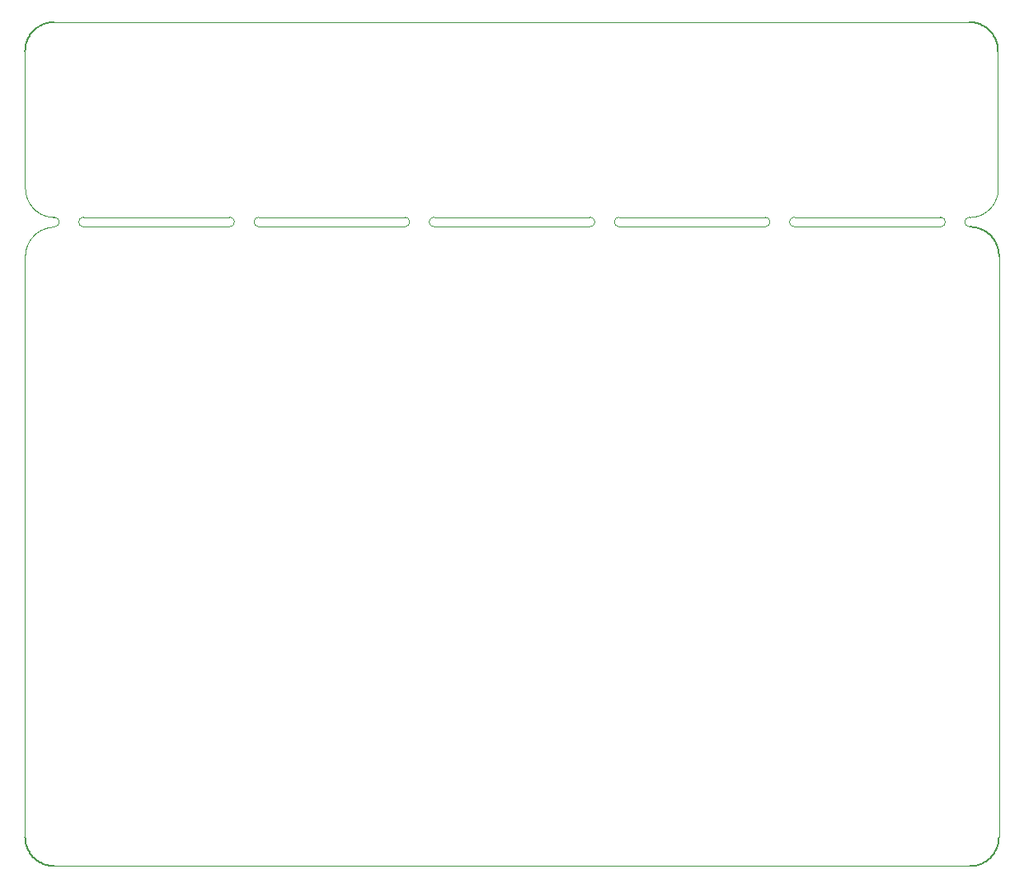
<source format=gm1>
G04 #@! TF.GenerationSoftware,KiCad,Pcbnew,(5.1.4-0-10_14)*
G04 #@! TF.CreationDate,2019-10-30T04:12:27+09:00*
G04 #@! TF.ProjectId,nilgiri_back,6e696c67-6972-4695-9f62-61636b2e6b69,rev?*
G04 #@! TF.SameCoordinates,Original*
G04 #@! TF.FileFunction,Profile,NP*
%FSLAX46Y46*%
G04 Gerber Fmt 4.6, Leading zero omitted, Abs format (unit mm)*
G04 Created by KiCad (PCBNEW (5.1.4-0-10_14)) date 2019-10-30 04:12:27*
%MOMM*%
%LPD*%
G04 APERTURE LIST*
%ADD10C,0.050000*%
%ADD11C,0.150000*%
G04 APERTURE END LIST*
D10*
X147145183Y-57500000D02*
X162145183Y-57500000D01*
X165145183Y-57500000D02*
X180145183Y-57500000D01*
X183146358Y-57500000D02*
X183197897Y-57499510D01*
X183197897Y-57499510D02*
X183250407Y-57498018D01*
X183250407Y-57498018D02*
X183298187Y-57495781D01*
X183298187Y-57495781D02*
X183345801Y-57492717D01*
X183345801Y-57492717D02*
X183393242Y-57488832D01*
X183393242Y-57488832D02*
X183442750Y-57483892D01*
X183442750Y-57483892D02*
X183488136Y-57478560D01*
X183488136Y-57478560D02*
X183532230Y-57472644D01*
X183532230Y-57472644D02*
X183576147Y-57466027D01*
X183576147Y-57466027D02*
X183620982Y-57458520D01*
X183620982Y-57458520D02*
X183665068Y-57450393D01*
X183665068Y-57450393D02*
X183706766Y-57442021D01*
X183706766Y-57442021D02*
X183748275Y-57433019D01*
X183748275Y-57433019D02*
X183793931Y-57422343D01*
X183793931Y-57422343D02*
X183835030Y-57412033D01*
X183835030Y-57412033D02*
X183875926Y-57401110D01*
X183875926Y-57401110D02*
X183916613Y-57389578D01*
X183916613Y-57389578D02*
X183957086Y-57377441D01*
X183957086Y-57377441D02*
X183995228Y-57365394D01*
X183995228Y-57365394D02*
X184035268Y-57352094D01*
X184035268Y-57352094D02*
X184072990Y-57338953D01*
X184072990Y-57338953D02*
X184110501Y-57325287D01*
X184110501Y-57325287D02*
X184149862Y-57310299D01*
X184149862Y-57310299D02*
X184191031Y-57293900D01*
X184191031Y-57293900D02*
X184227845Y-57278601D01*
X184227845Y-57278601D02*
X184263922Y-57263017D01*
X184263922Y-57263017D02*
X184298763Y-57247404D01*
X184298763Y-57247404D02*
X184336887Y-57229676D01*
X184336887Y-57229676D02*
X184370769Y-57213348D01*
X184370769Y-57213348D02*
X184404923Y-57196334D01*
X184404923Y-57196334D02*
X184439825Y-57178358D01*
X184439825Y-57178358D02*
X184472532Y-57160966D01*
X184472532Y-57160966D02*
X184505497Y-57142891D01*
X184505497Y-57142891D02*
X184538705Y-57124118D01*
X184538705Y-57124118D02*
X184578799Y-57100680D01*
X184578799Y-57100680D02*
X184610980Y-57081243D01*
X184610980Y-57081243D02*
X184646655Y-57059032D01*
X184646655Y-57059032D02*
X184678306Y-57038726D01*
X184678306Y-57038726D02*
X184709241Y-57018324D01*
X184709241Y-57018324D02*
X184740836Y-56996909D01*
X184740836Y-56996909D02*
X184771705Y-56975402D01*
X184771705Y-56975402D02*
X184802305Y-56953502D01*
X184802305Y-56953502D02*
X184832190Y-56931542D01*
X184832190Y-56931542D02*
X184861368Y-56909544D01*
X184861368Y-56909544D02*
X184892025Y-56885818D01*
X184892025Y-56885818D02*
X184920223Y-56863428D01*
X184920223Y-56863428D02*
X184949442Y-56839636D01*
X184949442Y-56839636D02*
X184985136Y-56809732D01*
X184985136Y-56809732D02*
X185012026Y-56786571D01*
X185012026Y-56786571D02*
X185039068Y-56762717D01*
X185039068Y-56762717D02*
X185066649Y-56737784D01*
X185066649Y-56737784D02*
X185092719Y-56713643D01*
X185092719Y-56713643D02*
X185120116Y-56687649D01*
X185120116Y-56687649D02*
X185150365Y-56658183D01*
X185150365Y-56658183D02*
X185175530Y-56633034D01*
X185175530Y-56633034D02*
X185201952Y-56605978D01*
X185201952Y-56605978D02*
X185228050Y-56578581D01*
X185228050Y-56578581D02*
X185253440Y-56551259D01*
X185253440Y-56551259D02*
X185280367Y-56521537D01*
X185280367Y-56521537D02*
X185304350Y-56494388D01*
X185304350Y-56494388D02*
X185327659Y-56467367D01*
X185327659Y-56467367D02*
X185353518Y-56436626D01*
X185353518Y-56436626D02*
X185376175Y-56409002D01*
X185376175Y-56409002D02*
X185399904Y-56379342D01*
X185399904Y-56379342D02*
X185421913Y-56351143D01*
X185421913Y-56351143D02*
X185443603Y-56322671D01*
X185443603Y-56322671D02*
X185464972Y-56293930D01*
X185464972Y-56293930D02*
X185492522Y-56255799D01*
X185492522Y-56255799D02*
X185514411Y-56224599D01*
X185514411Y-56224599D02*
X185535924Y-56193108D01*
X185535924Y-56193108D02*
X185557058Y-56161324D01*
X185557058Y-56161324D02*
X185577504Y-56129725D01*
X185577504Y-56129725D02*
X185596983Y-56098810D01*
X185596983Y-56098810D02*
X185616979Y-56066193D01*
X185616979Y-56066193D02*
X185639997Y-56027466D01*
X185639997Y-56027466D02*
X185658293Y-55995723D01*
X185658293Y-55995723D02*
X185676768Y-55962747D01*
X185676768Y-55962747D02*
X185695114Y-55929015D01*
X185695114Y-55929015D02*
X185714090Y-55893012D01*
X185714090Y-55893012D02*
X185731589Y-55858744D01*
X185731589Y-55858744D02*
X185748668Y-55824222D01*
X185748668Y-55824222D02*
X185765323Y-55789449D01*
X185765323Y-55789449D02*
X185783436Y-55750294D01*
X185783436Y-55750294D02*
X185799185Y-55715001D01*
X185799185Y-55715001D02*
X185814502Y-55679469D01*
X185814502Y-55679469D02*
X185829598Y-55643172D01*
X185829598Y-55643172D02*
X185844028Y-55607167D01*
X185844028Y-55607167D02*
X185858620Y-55569329D01*
X185858620Y-55569329D02*
X185872918Y-55530709D01*
X185872918Y-55530709D02*
X185886515Y-55492379D01*
X185886515Y-55492379D02*
X185899980Y-55452723D01*
X185899980Y-55452723D02*
X185912737Y-55413367D01*
X185912737Y-55413367D02*
X185924976Y-55373777D01*
X185924976Y-55373777D02*
X185937161Y-55332288D01*
X185937161Y-55332288D02*
X185948316Y-55292229D01*
X185948316Y-55292229D02*
X185959083Y-55251387D01*
X185959083Y-55251387D02*
X185969154Y-55210882D01*
X185969154Y-55210882D02*
X185978809Y-55169597D01*
X185978809Y-55169597D02*
X185988141Y-55126954D01*
X185988141Y-55126954D02*
X185996984Y-55083514D01*
X185996984Y-55083514D02*
X186005098Y-55040427D01*
X186005098Y-55040427D02*
X186013080Y-54994231D01*
X186013080Y-54994231D02*
X186020446Y-54947215D01*
X186020446Y-54947215D02*
X186026697Y-54902885D01*
X186026697Y-54902885D02*
X186032580Y-54856002D01*
X186032580Y-54856002D02*
X186037745Y-54808901D01*
X186037745Y-54808901D02*
X186042180Y-54761582D01*
X186042180Y-54761582D02*
X186045882Y-54714054D01*
X186045882Y-54714054D02*
X186048844Y-54666323D01*
X186048844Y-54666323D02*
X186051061Y-54618396D01*
X186051061Y-54618396D02*
X186052630Y-54565455D01*
X186052630Y-54565455D02*
X186053273Y-54514710D01*
X186053273Y-54514710D02*
X186053305Y-54501389D01*
X128145183Y-57500000D02*
X144145183Y-57500000D01*
X110145183Y-57500000D02*
X125145183Y-57500000D01*
X92145183Y-57500000D02*
X107145183Y-57500000D01*
X186053305Y-54501389D02*
X186053305Y-40444240D01*
X162145183Y-57500000D02*
G75*
G02X162145183Y-58500000I0J-500000D01*
G01*
X165145183Y-58500000D02*
G75*
G02X165145183Y-57500000I0J500000D01*
G01*
X180145183Y-57500000D02*
G75*
G02X180145183Y-58500000I0J-500000D01*
G01*
X183146358Y-58500000D02*
G75*
G02X183146358Y-57500000I0J500000D01*
G01*
X165145183Y-58500000D02*
X180145183Y-58500000D01*
X147145183Y-58500000D02*
G75*
G02X147145183Y-57500000I0J500000D01*
G01*
X128145183Y-58500000D02*
X144145183Y-58500000D01*
X128145183Y-58500000D02*
G75*
G02X128145183Y-57500000I0J500000D01*
G01*
X144145183Y-57500000D02*
G75*
G02X144145183Y-58500000I0J-500000D01*
G01*
X147145183Y-58500000D02*
X162145183Y-58500000D01*
X110145183Y-58500000D02*
X125145183Y-58500000D01*
X110145183Y-58500000D02*
G75*
G02X110145183Y-57500000I0J500000D01*
G01*
X125145183Y-57500000D02*
G75*
G02X125145183Y-58500000I0J-500000D01*
G01*
X92145183Y-58500000D02*
X107145183Y-58500000D01*
X107145183Y-57500000D02*
G75*
G02X107145183Y-58500000I0J-500000D01*
G01*
X92145183Y-58500000D02*
G75*
G02X92145183Y-57500000I0J500000D01*
G01*
X89145183Y-57500000D02*
G75*
G02X89145183Y-58500000I0J-500000D01*
G01*
D11*
X186144947Y-61498611D02*
X186141101Y-61345326D01*
X186141101Y-61345326D02*
X186130741Y-61204706D01*
X186130741Y-61204706D02*
X186113997Y-61065973D01*
X186113997Y-61065973D02*
X186092334Y-60936172D01*
X186092334Y-60936172D02*
X186065179Y-60808328D01*
X186065179Y-60808328D02*
X186033910Y-60687020D01*
X186033910Y-60687020D02*
X185997767Y-60567762D01*
X185997767Y-60567762D02*
X185958660Y-60455497D01*
X185958660Y-60455497D02*
X185914842Y-60344264D01*
X185914842Y-60344264D02*
X185868205Y-60238353D01*
X185868205Y-60238353D02*
X185818172Y-60135648D01*
X185818172Y-60135648D02*
X185763556Y-60033700D01*
X185763556Y-60033700D02*
X185707536Y-59938015D01*
X185707536Y-59938015D02*
X185646874Y-59842750D01*
X185646874Y-59842750D02*
X185584086Y-59751802D01*
X185584086Y-59751802D02*
X185519456Y-59665108D01*
X185519456Y-59665108D02*
X185452178Y-59581298D01*
X185452178Y-59581298D02*
X185381250Y-59499155D01*
X185381250Y-59499155D02*
X185307830Y-59420052D01*
X185307830Y-59420052D02*
X185230024Y-59342076D01*
X185230024Y-59342076D02*
X185152340Y-59269616D01*
X185152340Y-59269616D02*
X185071697Y-59199556D01*
X185071697Y-59199556D02*
X184983688Y-59128558D01*
X184983688Y-59128558D02*
X184897111Y-59063817D01*
X184897111Y-59063817D02*
X184806292Y-59000913D01*
X184806292Y-59000913D02*
X184713088Y-58941309D01*
X184713088Y-58941309D02*
X184617585Y-58885090D01*
X184617585Y-58885090D02*
X184519366Y-58832082D01*
X184519366Y-58832082D02*
X184417968Y-58782181D01*
X184417968Y-58782181D02*
X184312367Y-58735144D01*
X184312367Y-58735144D02*
X184199308Y-58690084D01*
X184199308Y-58690084D02*
X184086784Y-58650436D01*
X184086784Y-58650436D02*
X183970041Y-58614553D01*
X183970041Y-58614553D02*
X183846821Y-58582263D01*
X183846821Y-58582263D02*
X183721603Y-58555127D01*
X183721603Y-58555127D02*
X183592184Y-58532921D01*
X183592184Y-58532921D02*
X183453870Y-58515578D01*
X183453870Y-58515578D02*
X183309498Y-58504360D01*
X183309498Y-58504360D02*
X183159679Y-58500027D01*
X183159679Y-58500027D02*
X183146358Y-58500000D01*
X186053305Y-40444240D02*
X186049459Y-40290955D01*
X186049459Y-40290955D02*
X186039099Y-40150335D01*
X186039099Y-40150335D02*
X186022355Y-40011602D01*
X186022355Y-40011602D02*
X186000692Y-39881801D01*
X186000692Y-39881801D02*
X185973537Y-39753957D01*
X185973537Y-39753957D02*
X185942268Y-39632649D01*
X185942268Y-39632649D02*
X185906125Y-39513391D01*
X185906125Y-39513391D02*
X185867018Y-39401126D01*
X185867018Y-39401126D02*
X185823200Y-39289893D01*
X185823200Y-39289893D02*
X185776563Y-39183982D01*
X185776563Y-39183982D02*
X185726530Y-39081277D01*
X185726530Y-39081277D02*
X185671914Y-38979329D01*
X185671914Y-38979329D02*
X185615894Y-38883644D01*
X185615894Y-38883644D02*
X185555232Y-38788379D01*
X185555232Y-38788379D02*
X185492444Y-38697431D01*
X185492444Y-38697431D02*
X185427814Y-38610737D01*
X185427814Y-38610737D02*
X185360536Y-38526927D01*
X185360536Y-38526927D02*
X185289608Y-38444784D01*
X185289608Y-38444784D02*
X185216188Y-38365681D01*
X185216188Y-38365681D02*
X185138382Y-38287705D01*
X185138382Y-38287705D02*
X185060698Y-38215245D01*
X185060698Y-38215245D02*
X184980055Y-38145185D01*
X184980055Y-38145185D02*
X184892046Y-38074187D01*
X184892046Y-38074187D02*
X184805469Y-38009446D01*
X184805469Y-38009446D02*
X184714650Y-37946542D01*
X184714650Y-37946542D02*
X184621446Y-37886938D01*
X184621446Y-37886938D02*
X184525943Y-37830719D01*
X184525943Y-37830719D02*
X184427724Y-37777711D01*
X184427724Y-37777711D02*
X184326326Y-37727810D01*
X184326326Y-37727810D02*
X184220725Y-37680773D01*
X184220725Y-37680773D02*
X184107666Y-37635713D01*
X184107666Y-37635713D02*
X183995142Y-37596065D01*
X183995142Y-37596065D02*
X183878399Y-37560182D01*
X183878399Y-37560182D02*
X183755179Y-37527892D01*
X183755179Y-37527892D02*
X183629961Y-37500756D01*
X183629961Y-37500756D02*
X183500542Y-37478550D01*
X183500542Y-37478550D02*
X183362228Y-37461207D01*
X183362228Y-37461207D02*
X183217856Y-37449989D01*
X183217856Y-37449989D02*
X183068037Y-37445656D01*
X183068037Y-37445656D02*
X183054716Y-37445629D01*
D10*
X86146572Y-54501389D02*
X86146973Y-54551080D01*
X86146973Y-54551080D02*
X86148216Y-54601780D01*
X86148216Y-54601780D02*
X86150415Y-54654669D01*
X86150415Y-54654669D02*
X86153201Y-54702536D01*
X86153201Y-54702536D02*
X86156734Y-54750200D01*
X86156734Y-54750200D02*
X86161179Y-54799429D01*
X86161179Y-54799429D02*
X86166212Y-54846656D01*
X86166212Y-54846656D02*
X86171741Y-54891901D01*
X86171741Y-54891901D02*
X86178197Y-54938687D01*
X86178197Y-54938687D02*
X86184990Y-54982915D01*
X86184990Y-54982915D02*
X86192836Y-55029238D01*
X86192836Y-55029238D02*
X86201387Y-55075316D01*
X86201387Y-55075316D02*
X86209799Y-55117142D01*
X86209799Y-55117142D02*
X86219044Y-55159893D01*
X86219044Y-55159893D02*
X86228891Y-55202412D01*
X86228891Y-55202412D02*
X86238912Y-55243013D01*
X86238912Y-55243013D02*
X86249481Y-55283391D01*
X86249481Y-55283391D02*
X86260753Y-55324101D01*
X86260753Y-55324101D02*
X86272414Y-55364023D01*
X86272414Y-55364023D02*
X86285306Y-55405910D01*
X86285306Y-55405910D02*
X86297884Y-55444803D01*
X86297884Y-55444803D02*
X86310602Y-55482376D01*
X86310602Y-55482376D02*
X86325164Y-55523499D01*
X86325164Y-55523499D02*
X86338684Y-55560057D01*
X86338684Y-55560057D02*
X86352664Y-55596389D01*
X86352664Y-55596389D02*
X86367964Y-55634609D01*
X86367964Y-55634609D02*
X86382880Y-55670465D01*
X86382880Y-55670465D02*
X86398241Y-55706081D01*
X86398241Y-55706081D02*
X86414995Y-55743532D01*
X86414995Y-55743532D02*
X86431270Y-55778651D01*
X86431270Y-55778651D02*
X86447985Y-55813521D01*
X86447985Y-55813521D02*
X86465132Y-55848140D01*
X86465132Y-55848140D02*
X86482712Y-55882504D01*
X86482712Y-55882504D02*
X86500719Y-55916612D01*
X86500719Y-55916612D02*
X86519148Y-55950455D01*
X86519148Y-55950455D02*
X86539121Y-55986000D01*
X86539121Y-55986000D02*
X86563013Y-56027090D01*
X86563013Y-56027090D02*
X86582813Y-56060047D01*
X86582813Y-56060047D02*
X86602121Y-56091290D01*
X86602121Y-56091290D02*
X86622106Y-56122753D01*
X86622106Y-56122753D02*
X86642158Y-56153477D01*
X86642158Y-56153477D02*
X86663526Y-56185341D01*
X86663526Y-56185341D02*
X86683996Y-56215061D01*
X86683996Y-56215061D02*
X86705796Y-56245898D01*
X86705796Y-56245898D02*
X86727307Y-56275538D01*
X86727307Y-56275538D02*
X86748830Y-56304454D01*
X86748830Y-56304454D02*
X86771033Y-56333545D01*
X86771033Y-56333545D02*
X86794283Y-56363239D01*
X86794283Y-56363239D02*
X86816832Y-56391321D01*
X86816832Y-56391321D02*
X86839708Y-56419124D01*
X86839708Y-56419124D02*
X86862909Y-56446647D01*
X86862909Y-56446647D02*
X86886803Y-56474308D01*
X86886803Y-56474308D02*
X86910279Y-56500836D01*
X86910279Y-56500836D02*
X86939006Y-56532464D01*
X86939006Y-56532464D02*
X86963538Y-56558777D01*
X86963538Y-56558777D02*
X86989944Y-56586410D01*
X86989944Y-56586410D02*
X87014718Y-56611710D01*
X87014718Y-56611710D02*
X87043793Y-56640658D01*
X87043793Y-56640658D02*
X87072445Y-56668431D01*
X87072445Y-56668431D02*
X87103524Y-56697741D01*
X87103524Y-56697741D02*
X87130433Y-56722458D01*
X87130433Y-56722458D02*
X87158902Y-56747965D01*
X87158902Y-56747965D02*
X87185997Y-56771647D01*
X87185997Y-56771647D02*
X87214665Y-56796093D01*
X87214665Y-56796093D02*
X87247995Y-56823749D01*
X87247995Y-56823749D02*
X87277763Y-56847777D01*
X87277763Y-56847777D02*
X87307843Y-56871432D01*
X87307843Y-56871432D02*
X87336433Y-56893349D01*
X87336433Y-56893349D02*
X87368465Y-56917270D01*
X87368465Y-56917270D02*
X87398078Y-56938804D01*
X87398078Y-56938804D02*
X87427499Y-56959658D01*
X87427499Y-56959658D02*
X87459044Y-56981439D01*
X87459044Y-56981439D02*
X87489467Y-57001887D01*
X87489467Y-57001887D02*
X87522525Y-57023503D01*
X87522525Y-57023503D02*
X87553488Y-57043195D01*
X87553488Y-57043195D02*
X87585671Y-57063105D01*
X87585671Y-57063105D02*
X87617151Y-57082040D01*
X87617151Y-57082040D02*
X87649859Y-57101167D01*
X87649859Y-57101167D02*
X87685795Y-57121547D01*
X87685795Y-57121547D02*
X87719543Y-57140098D01*
X87719543Y-57140098D02*
X87753550Y-57158225D01*
X87753550Y-57158225D02*
X87787818Y-57175925D01*
X87787818Y-57175925D02*
X87824379Y-57194199D01*
X87824379Y-57194199D02*
X87858653Y-57210769D01*
X87858653Y-57210769D02*
X87896270Y-57228342D01*
X87896270Y-57228342D02*
X87931041Y-57244021D01*
X87931041Y-57244021D02*
X87967096Y-57259720D01*
X87967096Y-57259720D02*
X88002865Y-57274739D01*
X88002865Y-57274739D02*
X88040991Y-57290152D01*
X88040991Y-57290152D02*
X88083654Y-57306677D01*
X88083654Y-57306677D02*
X88122318Y-57321008D01*
X88122318Y-57321008D02*
X88163399Y-57335572D01*
X88163399Y-57335572D02*
X88202020Y-57348654D01*
X88202020Y-57348654D02*
X88245818Y-57362778D01*
X88245818Y-57362778D02*
X88288246Y-57375754D01*
X88288246Y-57375754D02*
X88328158Y-57387332D01*
X88328158Y-57387332D02*
X88369972Y-57398816D01*
X88369972Y-57398816D02*
X88410341Y-57409286D01*
X88410341Y-57409286D02*
X88451492Y-57419342D01*
X88451492Y-57419342D02*
X88492292Y-57428704D01*
X88492292Y-57428704D02*
X88535589Y-57437983D01*
X88535589Y-57437983D02*
X88579111Y-57446634D01*
X88579111Y-57446634D02*
X88624587Y-57454957D01*
X88624587Y-57454957D02*
X88671459Y-57462781D01*
X88671459Y-57462781D02*
X88715656Y-57469457D01*
X88715656Y-57469457D02*
X88762405Y-57475790D01*
X88762405Y-57475790D02*
X88814085Y-57481920D01*
X88814085Y-57481920D02*
X88861297Y-57486731D01*
X88861297Y-57486731D02*
X88911098Y-57490992D01*
X88911098Y-57490992D02*
X88958141Y-57494255D01*
X88958141Y-57494255D02*
X89006578Y-57496849D01*
X89006578Y-57496849D02*
X89056417Y-57498707D01*
X89056417Y-57498707D02*
X89107668Y-57499768D01*
X89107668Y-57499768D02*
X89145183Y-57500000D01*
D11*
X89145183Y-37445629D02*
X88994896Y-37449322D01*
X88994896Y-37449322D02*
X88851278Y-37459831D01*
X88851278Y-37459831D02*
X88712545Y-37476575D01*
X88712545Y-37476575D02*
X88582744Y-37498240D01*
X88582744Y-37498240D02*
X88457165Y-37524864D01*
X88457165Y-37524864D02*
X88335820Y-37556042D01*
X88335820Y-37556042D02*
X88218714Y-37591386D01*
X88218714Y-37591386D02*
X88101532Y-37632118D01*
X88101532Y-37632118D02*
X87992945Y-37674861D01*
X87992945Y-37674861D02*
X87886475Y-37721655D01*
X87886475Y-37721655D02*
X87782220Y-37772409D01*
X87782220Y-37772409D02*
X87676323Y-37829243D01*
X87676323Y-37829243D02*
X87580730Y-37885406D01*
X87580730Y-37885406D02*
X87487911Y-37944645D01*
X87487911Y-37944645D02*
X87398374Y-38006496D01*
X87398374Y-38006496D02*
X87312125Y-38070778D01*
X87312125Y-38070778D02*
X87227438Y-38138765D01*
X87227438Y-38138765D02*
X87145727Y-38209335D01*
X87145727Y-38209335D02*
X87066625Y-38282755D01*
X87066625Y-38282755D02*
X86990212Y-38358946D01*
X86990212Y-38358946D02*
X86916566Y-38437827D01*
X86916566Y-38437827D02*
X86845768Y-38519320D01*
X86845768Y-38519320D02*
X86776856Y-38604676D01*
X86776856Y-38604676D02*
X86711707Y-38691646D01*
X86711707Y-38691646D02*
X86649675Y-38781010D01*
X86649675Y-38781010D02*
X86589065Y-38875574D01*
X86589065Y-38875574D02*
X86531663Y-38973001D01*
X86531663Y-38973001D02*
X86478655Y-39071221D01*
X86478655Y-39071221D02*
X86427789Y-39174679D01*
X86427789Y-39174679D02*
X86381273Y-39279276D01*
X86381273Y-39279276D02*
X86338269Y-39386994D01*
X86338269Y-39386994D02*
X86298453Y-39499440D01*
X86298453Y-39499440D02*
X86262396Y-39616105D01*
X86262396Y-39616105D02*
X86231011Y-39734739D01*
X86231011Y-39734739D02*
X86203612Y-39859242D01*
X86203612Y-39859242D02*
X86180897Y-39989101D01*
X86180897Y-39989101D02*
X86163625Y-40122567D01*
X86163625Y-40122567D02*
X86151982Y-40262570D01*
X86151982Y-40262570D02*
X86146719Y-40413977D01*
X86146719Y-40413977D02*
X86146572Y-40444240D01*
D10*
X86146572Y-54501389D02*
X86146572Y-40444240D01*
X186144947Y-61498611D02*
X186144947Y-121210692D01*
X86146572Y-121210692D02*
X86146572Y-61498611D01*
X89145183Y-37445629D02*
X183054716Y-37445629D01*
X89145183Y-124209303D02*
X183150000Y-124209303D01*
D11*
X86146572Y-121210692D02*
X86150415Y-121363972D01*
X86150415Y-121363972D02*
X86160774Y-121504588D01*
X86160774Y-121504588D02*
X86176847Y-121638650D01*
X86176847Y-121638650D02*
X86198314Y-121768519D01*
X86198314Y-121768519D02*
X86224748Y-121894168D01*
X86224748Y-121894168D02*
X86256829Y-122019487D01*
X86256829Y-122019487D02*
X86292151Y-122136605D01*
X86292151Y-122136605D02*
X86331469Y-122250034D01*
X86331469Y-122250034D02*
X86374708Y-122360287D01*
X86374708Y-122360287D02*
X86420689Y-122465258D01*
X86420689Y-122465258D02*
X86472320Y-122571624D01*
X86472320Y-122571624D02*
X86524649Y-122669662D01*
X86524649Y-122669662D02*
X86580463Y-122765487D01*
X86580463Y-122765487D02*
X86640914Y-122860897D01*
X86640914Y-122860897D02*
X86702192Y-122950159D01*
X86702192Y-122950159D02*
X86766565Y-123037053D01*
X86766565Y-123037053D02*
X86835394Y-123123236D01*
X86835394Y-123123236D02*
X86905784Y-123205108D01*
X86905784Y-123205108D02*
X86979029Y-123284375D01*
X86979029Y-123284375D02*
X87055048Y-123360960D01*
X87055048Y-123360960D02*
X87133348Y-123434403D01*
X87133348Y-123434403D02*
X87214665Y-123505396D01*
X87214665Y-123505396D02*
X87300737Y-123575203D01*
X87300737Y-123575203D02*
X87387112Y-123640197D01*
X87387112Y-123640197D02*
X87476330Y-123702427D01*
X87476330Y-123702427D02*
X87572670Y-123764431D01*
X87572670Y-123764431D02*
X87669512Y-123821696D01*
X87669512Y-123821696D02*
X87767629Y-123874868D01*
X87767629Y-123874868D02*
X87873562Y-123927113D01*
X87873562Y-123927113D02*
X87979170Y-123974155D01*
X87979170Y-123974155D02*
X88087402Y-124017395D01*
X88087402Y-124017395D02*
X88202020Y-124057957D01*
X88202020Y-124057957D02*
X88318714Y-124093950D01*
X88318714Y-124093950D02*
X88437939Y-124125402D01*
X88437939Y-124125402D02*
X88561332Y-124152483D01*
X88561332Y-124152483D02*
X88690045Y-124174974D01*
X88690045Y-124174974D02*
X88828227Y-124192743D01*
X88828227Y-124192743D02*
X88970680Y-124204305D01*
X88970680Y-124204305D02*
X89119757Y-124209194D01*
X89119757Y-124209194D02*
X89145183Y-124209303D01*
X183146336Y-124209303D02*
X183296617Y-124205604D01*
X183296617Y-124205604D02*
X183437865Y-124195323D01*
X183437865Y-124195323D02*
X183572542Y-124179267D01*
X183572542Y-124179267D02*
X183702435Y-124157878D01*
X183702435Y-124157878D02*
X183827546Y-124131646D01*
X183827546Y-124131646D02*
X183947326Y-124101204D01*
X183947326Y-124101204D02*
X184068415Y-124064954D01*
X184068415Y-124064954D02*
X184181375Y-124025984D01*
X184181375Y-124025984D02*
X184290126Y-123983563D01*
X184290126Y-123983563D02*
X184394694Y-123938031D01*
X184394694Y-123938031D02*
X184499170Y-123887661D01*
X184499170Y-123887661D02*
X184597385Y-123835619D01*
X184597385Y-123835619D02*
X184699198Y-123776578D01*
X184699198Y-123776578D02*
X184796541Y-123714952D01*
X184796541Y-123714952D02*
X184885803Y-123653674D01*
X184885803Y-123653674D02*
X184972697Y-123589299D01*
X184972697Y-123589299D02*
X185060612Y-123519035D01*
X185060612Y-123519035D02*
X185142431Y-123448585D01*
X185142431Y-123448585D02*
X185221642Y-123375283D01*
X185221642Y-123375283D02*
X185298170Y-123299206D01*
X185298170Y-123299206D02*
X185371932Y-123220435D01*
X185371932Y-123220435D02*
X185442850Y-123139050D01*
X185442850Y-123139050D02*
X185513615Y-123051577D01*
X185513615Y-123051577D02*
X185578483Y-122965102D01*
X185578483Y-122965102D02*
X185640268Y-122876256D01*
X185640268Y-122876256D02*
X185700075Y-122783195D01*
X185700075Y-122783195D02*
X185756503Y-122687832D01*
X185756503Y-122687832D02*
X185809468Y-122590250D01*
X185809468Y-122590250D02*
X185859854Y-122488478D01*
X185859854Y-122488478D02*
X185906457Y-122384576D01*
X185906457Y-122384576D02*
X185951624Y-122272213D01*
X185951624Y-122272213D02*
X185991423Y-122160391D01*
X185991423Y-122160391D02*
X186027840Y-122043256D01*
X186027840Y-122043256D02*
X186059814Y-121923006D01*
X186059814Y-121923006D02*
X186087901Y-121795683D01*
X186087901Y-121795683D02*
X186110618Y-121665825D01*
X186110618Y-121665825D02*
X186127888Y-121532358D01*
X186127888Y-121532358D02*
X186139774Y-121388174D01*
X186139774Y-121388174D02*
X186144795Y-121240950D01*
X186144795Y-121240950D02*
X186144947Y-121210692D01*
D10*
X89145183Y-58500000D02*
X89095485Y-58500401D01*
X89095485Y-58500401D02*
X89046591Y-58501585D01*
X89046591Y-58501585D02*
X88994896Y-58503693D01*
X88994896Y-58503693D02*
X88934478Y-58507276D01*
X88934478Y-58507276D02*
X88886856Y-58510957D01*
X88886856Y-58510957D02*
X88839448Y-58515377D01*
X88839448Y-58515377D02*
X88792253Y-58520527D01*
X88792253Y-58520527D02*
X88747628Y-58526091D01*
X88747628Y-58526091D02*
X88703210Y-58532309D01*
X88703210Y-58532309D02*
X88659006Y-58539171D01*
X88659006Y-58539171D02*
X88615593Y-58546572D01*
X88615593Y-58546572D02*
X88569525Y-58555148D01*
X88569525Y-58555148D02*
X88527708Y-58563585D01*
X88527708Y-58563585D02*
X88482125Y-58573493D01*
X88482125Y-58573493D02*
X88440758Y-58583133D01*
X88440758Y-58583133D02*
X88400177Y-58593200D01*
X88400177Y-58593200D02*
X88358700Y-58604117D01*
X88358700Y-58604117D02*
X88318014Y-58615449D01*
X88318014Y-58615449D02*
X88278118Y-58627172D01*
X88278118Y-58627172D02*
X88234064Y-58640824D01*
X88234064Y-58640824D02*
X88192483Y-58654400D01*
X88192483Y-58654400D02*
X88149007Y-58669327D01*
X88149007Y-58669327D02*
X88110137Y-58683312D01*
X88110137Y-58683312D02*
X88073657Y-58696994D01*
X88073657Y-58696994D02*
X88037406Y-58711136D01*
X88037406Y-58711136D02*
X88001386Y-58725731D01*
X88001386Y-58725731D02*
X87966125Y-58740553D01*
X87966125Y-58740553D02*
X87930052Y-58756274D01*
X87930052Y-58756274D02*
X87895265Y-58771974D01*
X87895265Y-58771974D02*
X87859686Y-58788592D01*
X87859686Y-58788592D02*
X87822834Y-58806411D01*
X87822834Y-58806411D02*
X87786264Y-58824717D01*
X87786264Y-58824717D02*
X87751990Y-58842446D01*
X87751990Y-58842446D02*
X87717978Y-58860605D01*
X87717978Y-58860605D02*
X87676323Y-58883614D01*
X87676323Y-58883614D02*
X87640943Y-58903845D01*
X87640943Y-58903845D02*
X87605870Y-58924544D01*
X87605870Y-58924544D02*
X87574470Y-58943623D01*
X87574470Y-58943623D02*
X87542847Y-58963376D01*
X87542847Y-58963376D02*
X87510069Y-58984435D01*
X87510069Y-58984435D02*
X87479931Y-59004338D01*
X87479931Y-59004338D02*
X87450047Y-59024588D01*
X87450047Y-59024588D02*
X87419960Y-59045513D01*
X87419960Y-59045513D02*
X87389231Y-59067455D01*
X87389231Y-59067455D02*
X87360149Y-59088766D01*
X87360149Y-59088766D02*
X87329542Y-59111780D01*
X87329542Y-59111780D02*
X87299240Y-59135174D01*
X87299240Y-59135174D02*
X87271003Y-59157535D01*
X87271003Y-59157535D02*
X87243044Y-59180229D01*
X87243044Y-59180229D02*
X87215362Y-59203247D01*
X87215362Y-59203247D02*
X87187965Y-59226590D01*
X87187965Y-59226590D02*
X87159166Y-59251744D01*
X87159166Y-59251744D02*
X87132778Y-59275369D01*
X87132778Y-59275369D02*
X87105844Y-59300065D01*
X87105844Y-59300065D02*
X87079624Y-59324695D01*
X87079624Y-59324695D02*
X87052091Y-59351204D01*
X87052091Y-59351204D02*
X87026488Y-59376470D01*
X87026488Y-59376470D02*
X86999615Y-59403645D01*
X86999615Y-59403645D02*
X86974639Y-59429532D01*
X86974639Y-59429532D02*
X86948824Y-59456951D01*
X86948824Y-59456951D02*
X86924108Y-59483860D01*
X86924108Y-59483860D02*
X86883760Y-59529230D01*
X86883760Y-59529230D02*
X86859914Y-59556930D01*
X86859914Y-59556930D02*
X86832818Y-59589257D01*
X86832818Y-59589257D02*
X86808636Y-59618895D01*
X86808636Y-59618895D02*
X86786216Y-59647077D01*
X86786216Y-59647077D02*
X86761393Y-59679107D01*
X86761393Y-59679107D02*
X86738339Y-59709673D01*
X86738339Y-59709673D02*
X86716660Y-59739171D01*
X86716660Y-59739171D02*
X86694684Y-59769863D01*
X86694684Y-59769863D02*
X86671489Y-59803163D01*
X86671489Y-59803163D02*
X86650302Y-59834443D01*
X86650302Y-59834443D02*
X86630421Y-59864583D01*
X86630421Y-59864583D02*
X86609388Y-59897361D01*
X86609388Y-59897361D02*
X86589065Y-59929945D01*
X86589065Y-59929945D02*
X86569147Y-59962806D01*
X86569147Y-59962806D02*
X86549924Y-59995451D01*
X86549924Y-59995451D02*
X86531663Y-60027372D01*
X86531663Y-60027372D02*
X86511880Y-60063016D01*
X86511880Y-60063016D02*
X86493627Y-60096949D01*
X86493627Y-60096949D02*
X86475801Y-60131140D01*
X86475801Y-60131140D02*
X86458654Y-60165079D01*
X86458654Y-60165079D02*
X86441436Y-60200289D01*
X86441436Y-60200289D02*
X86424903Y-60235235D01*
X86424903Y-60235235D02*
X86407878Y-60272506D01*
X86407878Y-60272506D02*
X86392255Y-60307954D01*
X86392255Y-60307954D02*
X86374445Y-60349962D01*
X86374445Y-60349962D02*
X86358102Y-60390170D01*
X86358102Y-60390170D02*
X86343143Y-60428523D01*
X86343143Y-60428523D02*
X86329485Y-60464981D01*
X86329485Y-60464981D02*
X86316098Y-60502200D01*
X86316098Y-60502200D02*
X86302091Y-60542911D01*
X86302091Y-60542911D02*
X86289709Y-60580594D01*
X86289709Y-60580594D02*
X86277643Y-60619047D01*
X86277643Y-60619047D02*
X86265599Y-60659384D01*
X86265599Y-60659384D02*
X86254260Y-60699396D01*
X86254260Y-60699396D02*
X86242299Y-60744118D01*
X86242299Y-60744118D02*
X86231698Y-60786290D01*
X86231698Y-60786290D02*
X86221953Y-60827561D01*
X86221953Y-60827561D02*
X86212414Y-60870758D01*
X86212414Y-60870758D02*
X86203612Y-60913613D01*
X86203612Y-60913613D02*
X86195211Y-60957837D01*
X86195211Y-60957837D02*
X86187173Y-61004025D01*
X86187173Y-61004025D02*
X86180191Y-61048122D01*
X86180191Y-61048122D02*
X86173537Y-61094766D01*
X86173537Y-61094766D02*
X86167880Y-61139289D01*
X86167880Y-61139289D02*
X86162150Y-61191094D01*
X86162150Y-61191094D02*
X86157500Y-61240782D01*
X86157500Y-61240782D02*
X86153829Y-61288321D01*
X86153829Y-61288321D02*
X86150900Y-61336061D01*
X86150900Y-61336061D02*
X86148720Y-61383999D01*
X86148720Y-61383999D02*
X86147278Y-61432731D01*
X86147278Y-61432731D02*
X86146599Y-61485285D01*
X86146599Y-61485285D02*
X86146572Y-61498611D01*
M02*

</source>
